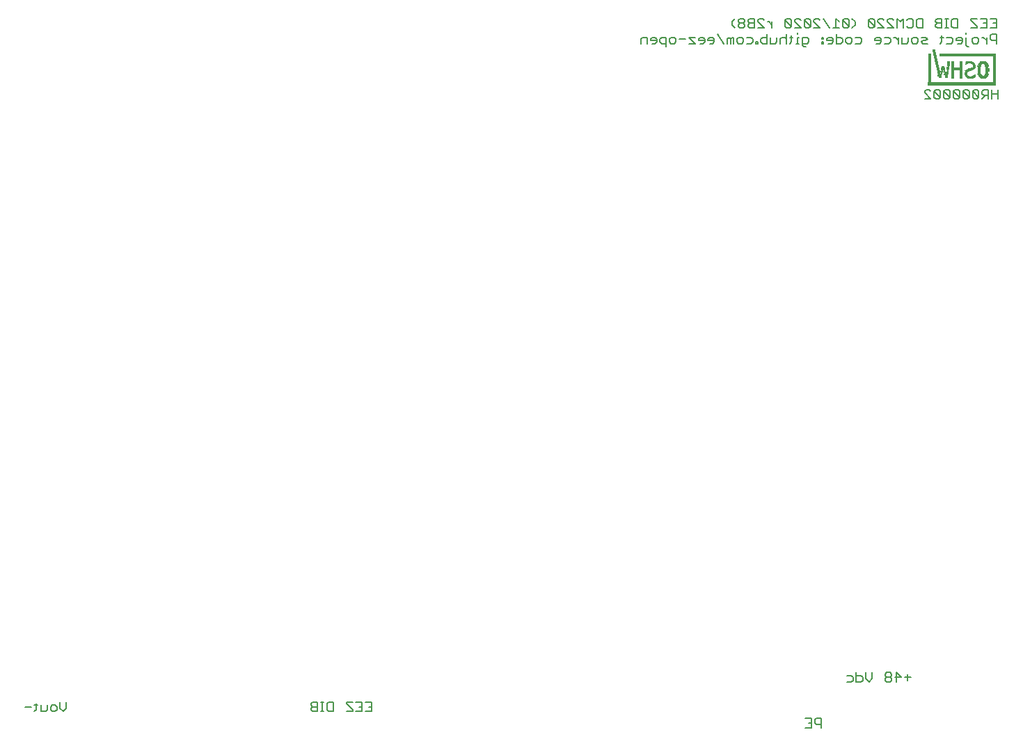
<source format=gbo>
G75*
%MOIN*%
%OFA0B0*%
%FSLAX25Y25*%
%IPPOS*%
%LPD*%
%AMOC8*
5,1,8,0,0,1.08239X$1,22.5*
%
%ADD10C,0.00500*%
%ADD11R,0.32700X0.00300*%
%ADD12R,0.01500X0.00300*%
%ADD13R,0.02700X0.00300*%
%ADD14R,0.03000X0.00300*%
%ADD15R,0.03600X0.00300*%
%ADD16R,0.04200X0.00300*%
%ADD17R,0.04800X0.00300*%
%ADD18R,0.04500X0.00300*%
%ADD19R,0.02100X0.00300*%
%ADD20R,0.01800X0.00300*%
%ADD21R,0.01200X0.00300*%
%ADD22R,0.00600X0.00300*%
%ADD23R,0.00900X0.00300*%
%ADD24R,0.02400X0.00300*%
%ADD25R,0.03300X0.00300*%
%ADD26R,0.05400X0.00300*%
%ADD27R,0.03900X0.00300*%
%ADD28R,0.27000X0.00300*%
%ADD29C,0.00600*%
D10*
X0316824Y0060285D02*
X0319826Y0060285D01*
X0321394Y0061036D02*
X0322896Y0061036D01*
X0322145Y0061787D02*
X0322145Y0058784D01*
X0321394Y0058033D01*
X0324497Y0058033D02*
X0324497Y0061036D01*
X0327499Y0061036D02*
X0327499Y0058784D01*
X0326749Y0058033D01*
X0324497Y0058033D01*
X0329101Y0058784D02*
X0329101Y0060285D01*
X0329852Y0061036D01*
X0331353Y0061036D01*
X0332103Y0060285D01*
X0332103Y0058784D01*
X0331353Y0058033D01*
X0329852Y0058033D01*
X0329101Y0058784D01*
X0333705Y0059535D02*
X0333705Y0062537D01*
X0333705Y0059535D02*
X0335206Y0058033D01*
X0336707Y0059535D01*
X0336707Y0062537D01*
X0453866Y0061787D02*
X0453866Y0061036D01*
X0454617Y0060285D01*
X0456868Y0060285D01*
X0454617Y0060285D02*
X0453866Y0059535D01*
X0453866Y0058784D01*
X0454617Y0058033D01*
X0456868Y0058033D01*
X0456868Y0062537D01*
X0454617Y0062537D01*
X0453866Y0061787D01*
X0458436Y0062537D02*
X0459938Y0062537D01*
X0459187Y0062537D02*
X0459187Y0058033D01*
X0459938Y0058033D02*
X0458436Y0058033D01*
X0461539Y0058784D02*
X0461539Y0061787D01*
X0462290Y0062537D01*
X0464542Y0062537D01*
X0464542Y0058033D01*
X0462290Y0058033D01*
X0461539Y0058784D01*
X0470747Y0058033D02*
X0473749Y0058033D01*
X0473749Y0058784D01*
X0470747Y0061787D01*
X0470747Y0062537D01*
X0473749Y0062537D01*
X0475351Y0062537D02*
X0478353Y0062537D01*
X0478353Y0058033D01*
X0475351Y0058033D01*
X0476852Y0060285D02*
X0478353Y0060285D01*
X0479955Y0058033D02*
X0482957Y0058033D01*
X0482957Y0062537D01*
X0479955Y0062537D01*
X0481456Y0060285D02*
X0482957Y0060285D01*
X0690601Y0054787D02*
X0693603Y0054787D01*
X0693603Y0050283D01*
X0690601Y0050283D01*
X0692102Y0052535D02*
X0693603Y0052535D01*
X0695205Y0052535D02*
X0695955Y0051785D01*
X0698207Y0051785D01*
X0698207Y0050283D02*
X0698207Y0054787D01*
X0695955Y0054787D01*
X0695205Y0054037D01*
X0695205Y0052535D01*
X0710465Y0072268D02*
X0712717Y0072268D01*
X0713468Y0073018D01*
X0713468Y0074520D01*
X0712717Y0075270D01*
X0710465Y0075270D01*
X0715069Y0075270D02*
X0717321Y0075270D01*
X0718072Y0074520D01*
X0718072Y0073018D01*
X0717321Y0072268D01*
X0715069Y0072268D01*
X0715069Y0076772D01*
X0719673Y0076772D02*
X0719673Y0073769D01*
X0721174Y0072268D01*
X0722676Y0073769D01*
X0722676Y0076772D01*
X0728881Y0076021D02*
X0728881Y0075270D01*
X0729631Y0074520D01*
X0731133Y0074520D01*
X0731883Y0075270D01*
X0731883Y0076021D01*
X0731133Y0076772D01*
X0729631Y0076772D01*
X0728881Y0076021D01*
X0729631Y0074520D02*
X0728881Y0073769D01*
X0728881Y0073018D01*
X0729631Y0072268D01*
X0731133Y0072268D01*
X0731883Y0073018D01*
X0731883Y0073769D01*
X0731133Y0074520D01*
X0733485Y0074520D02*
X0736487Y0074520D01*
X0734235Y0076772D01*
X0734235Y0072268D01*
X0738089Y0074520D02*
X0741091Y0074520D01*
X0739590Y0076021D02*
X0739590Y0073018D01*
X0768296Y0376516D02*
X0767545Y0377267D01*
X0767545Y0381020D01*
X0767545Y0382522D02*
X0767545Y0383272D01*
X0765227Y0381020D02*
X0763726Y0381020D01*
X0762975Y0380270D01*
X0762975Y0379519D01*
X0765977Y0379519D01*
X0765977Y0378768D02*
X0765977Y0380270D01*
X0765227Y0381020D01*
X0765977Y0378768D02*
X0765227Y0378018D01*
X0763726Y0378018D01*
X0761374Y0378768D02*
X0761374Y0380270D01*
X0760623Y0381020D01*
X0758371Y0381020D01*
X0756770Y0381020D02*
X0755268Y0381020D01*
X0756019Y0381771D02*
X0756019Y0378768D01*
X0755268Y0378018D01*
X0758371Y0378018D02*
X0760623Y0378018D01*
X0761374Y0378768D01*
X0768296Y0376516D02*
X0769047Y0376516D01*
X0770648Y0378768D02*
X0770648Y0380270D01*
X0771399Y0381020D01*
X0772900Y0381020D01*
X0773651Y0380270D01*
X0773651Y0378768D01*
X0772900Y0378018D01*
X0771399Y0378018D01*
X0770648Y0378768D01*
X0775235Y0381020D02*
X0775986Y0381020D01*
X0777487Y0379519D01*
X0777487Y0378018D02*
X0777487Y0381020D01*
X0779089Y0380270D02*
X0779839Y0379519D01*
X0782091Y0379519D01*
X0782091Y0378018D02*
X0782091Y0382522D01*
X0779839Y0382522D01*
X0779089Y0381771D01*
X0779089Y0380270D01*
X0779089Y0385518D02*
X0782091Y0385518D01*
X0782091Y0390022D01*
X0779089Y0390022D01*
X0777487Y0390022D02*
X0777487Y0385518D01*
X0774485Y0385518D01*
X0772883Y0385518D02*
X0769881Y0385518D01*
X0772883Y0385518D02*
X0772883Y0386268D01*
X0769881Y0389271D01*
X0769881Y0390022D01*
X0772883Y0390022D01*
X0774485Y0390022D02*
X0777487Y0390022D01*
X0777487Y0387770D02*
X0775986Y0387770D01*
X0780590Y0387770D02*
X0782091Y0387770D01*
X0763676Y0390022D02*
X0763676Y0385518D01*
X0761424Y0385518D01*
X0760673Y0386268D01*
X0760673Y0389271D01*
X0761424Y0390022D01*
X0763676Y0390022D01*
X0759072Y0390022D02*
X0757570Y0390022D01*
X0758321Y0390022D02*
X0758321Y0385518D01*
X0759072Y0385518D02*
X0757570Y0385518D01*
X0756002Y0385518D02*
X0753750Y0385518D01*
X0753000Y0386268D01*
X0753000Y0387019D01*
X0753750Y0387770D01*
X0756002Y0387770D01*
X0756002Y0385518D02*
X0756002Y0390022D01*
X0753750Y0390022D01*
X0753000Y0389271D01*
X0753000Y0388520D01*
X0753750Y0387770D01*
X0746794Y0390022D02*
X0746794Y0385518D01*
X0744543Y0385518D01*
X0743792Y0386268D01*
X0743792Y0389271D01*
X0744543Y0390022D01*
X0746794Y0390022D01*
X0742191Y0389271D02*
X0742191Y0386268D01*
X0741440Y0385518D01*
X0739939Y0385518D01*
X0739188Y0386268D01*
X0737587Y0385518D02*
X0737587Y0390022D01*
X0736085Y0388520D01*
X0734584Y0390022D01*
X0734584Y0385518D01*
X0732983Y0385518D02*
X0729980Y0388520D01*
X0729980Y0389271D01*
X0730731Y0390022D01*
X0732232Y0390022D01*
X0732983Y0389271D01*
X0732983Y0385518D02*
X0729980Y0385518D01*
X0728379Y0385518D02*
X0725376Y0388520D01*
X0725376Y0389271D01*
X0726127Y0390022D01*
X0727628Y0390022D01*
X0728379Y0389271D01*
X0728379Y0385518D02*
X0725376Y0385518D01*
X0723775Y0386268D02*
X0720772Y0389271D01*
X0720772Y0386268D01*
X0721523Y0385518D01*
X0723024Y0385518D01*
X0723775Y0386268D01*
X0723775Y0389271D01*
X0723024Y0390022D01*
X0721523Y0390022D01*
X0720772Y0389271D01*
X0714567Y0388520D02*
X0713066Y0390022D01*
X0711498Y0389271D02*
X0710747Y0390022D01*
X0709246Y0390022D01*
X0708495Y0389271D01*
X0711498Y0386268D01*
X0710747Y0385518D01*
X0709246Y0385518D01*
X0708495Y0386268D01*
X0708495Y0389271D01*
X0706894Y0388520D02*
X0705392Y0390022D01*
X0705392Y0385518D01*
X0703891Y0385518D02*
X0706894Y0385518D01*
X0705426Y0382522D02*
X0705426Y0378018D01*
X0707678Y0378018D01*
X0708428Y0378768D01*
X0708428Y0380270D01*
X0707678Y0381020D01*
X0705426Y0381020D01*
X0703824Y0380270D02*
X0703824Y0378768D01*
X0703074Y0378018D01*
X0701573Y0378018D01*
X0700822Y0379519D02*
X0703824Y0379519D01*
X0703824Y0380270D02*
X0703074Y0381020D01*
X0701573Y0381020D01*
X0700822Y0380270D01*
X0700822Y0379519D01*
X0699221Y0378768D02*
X0699221Y0378018D01*
X0698470Y0378018D01*
X0698470Y0378768D01*
X0699221Y0378768D01*
X0699221Y0380270D02*
X0699221Y0381020D01*
X0698470Y0381020D01*
X0698470Y0380270D01*
X0699221Y0380270D01*
X0697686Y0385518D02*
X0694683Y0385518D01*
X0693082Y0386268D02*
X0690079Y0389271D01*
X0690079Y0386268D01*
X0690830Y0385518D01*
X0692331Y0385518D01*
X0693082Y0386268D01*
X0693082Y0389271D01*
X0692331Y0390022D01*
X0690830Y0390022D01*
X0690079Y0389271D01*
X0688478Y0389271D02*
X0687727Y0390022D01*
X0686226Y0390022D01*
X0685476Y0389271D01*
X0685476Y0388520D01*
X0688478Y0385518D01*
X0685476Y0385518D01*
X0683874Y0386268D02*
X0680872Y0389271D01*
X0680872Y0386268D01*
X0681622Y0385518D01*
X0683124Y0385518D01*
X0683874Y0386268D01*
X0683874Y0389271D01*
X0683124Y0390022D01*
X0681622Y0390022D01*
X0680872Y0389271D01*
X0674666Y0388520D02*
X0674666Y0385518D01*
X0674666Y0387019D02*
X0673165Y0388520D01*
X0672414Y0388520D01*
X0670830Y0389271D02*
X0670079Y0390022D01*
X0668578Y0390022D01*
X0667827Y0389271D01*
X0667827Y0388520D01*
X0670830Y0385518D01*
X0667827Y0385518D01*
X0666226Y0385518D02*
X0663974Y0385518D01*
X0663223Y0386268D01*
X0663223Y0387019D01*
X0663974Y0387770D01*
X0666226Y0387770D01*
X0666226Y0385518D02*
X0666226Y0390022D01*
X0663974Y0390022D01*
X0663223Y0389271D01*
X0663223Y0388520D01*
X0663974Y0387770D01*
X0661622Y0388520D02*
X0660871Y0387770D01*
X0659370Y0387770D01*
X0658619Y0387019D01*
X0658619Y0386268D01*
X0659370Y0385518D01*
X0660871Y0385518D01*
X0661622Y0386268D01*
X0661622Y0387019D01*
X0660871Y0387770D01*
X0661622Y0388520D02*
X0661622Y0389271D01*
X0660871Y0390022D01*
X0659370Y0390022D01*
X0658619Y0389271D01*
X0658619Y0388520D01*
X0659370Y0387770D01*
X0657018Y0390022D02*
X0655517Y0388520D01*
X0655517Y0387019D01*
X0657018Y0385518D01*
X0656251Y0381020D02*
X0655500Y0381020D01*
X0654749Y0380270D01*
X0653999Y0381020D01*
X0653248Y0380270D01*
X0653248Y0378018D01*
X0654749Y0378018D02*
X0654749Y0380270D01*
X0656251Y0381020D02*
X0656251Y0378018D01*
X0657852Y0378768D02*
X0657852Y0380270D01*
X0658603Y0381020D01*
X0660104Y0381020D01*
X0660855Y0380270D01*
X0660855Y0378768D01*
X0660104Y0378018D01*
X0658603Y0378018D01*
X0657852Y0378768D01*
X0662456Y0378018D02*
X0664708Y0378018D01*
X0665458Y0378768D01*
X0665458Y0380270D01*
X0664708Y0381020D01*
X0662456Y0381020D01*
X0667010Y0378768D02*
X0667010Y0378018D01*
X0667760Y0378018D01*
X0667760Y0378768D01*
X0667010Y0378768D01*
X0669362Y0378768D02*
X0669362Y0380270D01*
X0670112Y0381020D01*
X0672364Y0381020D01*
X0672364Y0382522D02*
X0672364Y0378018D01*
X0670112Y0378018D01*
X0669362Y0378768D01*
X0673966Y0378018D02*
X0673966Y0381020D01*
X0676968Y0381020D02*
X0676968Y0378768D01*
X0676218Y0378018D01*
X0673966Y0378018D01*
X0678570Y0378018D02*
X0678570Y0380270D01*
X0679320Y0381020D01*
X0680822Y0381020D01*
X0681572Y0380270D01*
X0683140Y0381020D02*
X0684641Y0381020D01*
X0683891Y0381771D02*
X0683891Y0378768D01*
X0683140Y0378018D01*
X0681572Y0378018D02*
X0681572Y0382522D01*
X0686960Y0382522D02*
X0686960Y0383272D01*
X0686960Y0381020D02*
X0686960Y0378018D01*
X0687711Y0378018D02*
X0686209Y0378018D01*
X0686960Y0381020D02*
X0687711Y0381020D01*
X0689312Y0381020D02*
X0689312Y0377267D01*
X0690063Y0376516D01*
X0690813Y0376516D01*
X0691564Y0378018D02*
X0689312Y0378018D01*
X0691564Y0378018D02*
X0692315Y0378768D01*
X0692315Y0380270D01*
X0691564Y0381020D01*
X0689312Y0381020D01*
X0694683Y0388520D02*
X0697686Y0385518D01*
X0697686Y0389271D02*
X0696935Y0390022D01*
X0695434Y0390022D01*
X0694683Y0389271D01*
X0694683Y0388520D01*
X0699287Y0390022D02*
X0702290Y0385518D01*
X0711498Y0386268D02*
X0711498Y0389271D01*
X0714567Y0388520D02*
X0714567Y0387019D01*
X0713066Y0385518D01*
X0712282Y0381020D02*
X0713032Y0380270D01*
X0713032Y0378768D01*
X0712282Y0378018D01*
X0710780Y0378018D01*
X0710030Y0378768D01*
X0710030Y0380270D01*
X0710780Y0381020D01*
X0712282Y0381020D01*
X0714634Y0381020D02*
X0716886Y0381020D01*
X0717636Y0380270D01*
X0717636Y0378768D01*
X0716886Y0378018D01*
X0714634Y0378018D01*
X0723842Y0379519D02*
X0723842Y0380270D01*
X0724592Y0381020D01*
X0726093Y0381020D01*
X0726844Y0380270D01*
X0726844Y0378768D01*
X0726093Y0378018D01*
X0724592Y0378018D01*
X0723842Y0379519D02*
X0726844Y0379519D01*
X0728445Y0378018D02*
X0730697Y0378018D01*
X0731448Y0378768D01*
X0731448Y0380270D01*
X0730697Y0381020D01*
X0728445Y0381020D01*
X0733033Y0381020D02*
X0733783Y0381020D01*
X0735285Y0379519D01*
X0735285Y0378018D02*
X0735285Y0381020D01*
X0736886Y0381020D02*
X0736886Y0378018D01*
X0739138Y0378018D01*
X0739889Y0378768D01*
X0739889Y0381020D01*
X0741490Y0380270D02*
X0742241Y0381020D01*
X0743742Y0381020D01*
X0744492Y0380270D01*
X0744492Y0378768D01*
X0743742Y0378018D01*
X0742241Y0378018D01*
X0741490Y0378768D01*
X0741490Y0380270D01*
X0746094Y0381020D02*
X0748346Y0381020D01*
X0749096Y0380270D01*
X0748346Y0379519D01*
X0746845Y0379519D01*
X0746094Y0378768D01*
X0746845Y0378018D01*
X0749096Y0378018D01*
X0742191Y0389271D02*
X0741440Y0390022D01*
X0739939Y0390022D01*
X0739188Y0389271D01*
X0651647Y0378018D02*
X0648644Y0382522D01*
X0647043Y0380270D02*
X0647043Y0378768D01*
X0646292Y0378018D01*
X0644791Y0378018D01*
X0644040Y0379519D02*
X0647043Y0379519D01*
X0647043Y0380270D02*
X0646292Y0381020D01*
X0644791Y0381020D01*
X0644040Y0380270D01*
X0644040Y0379519D01*
X0642439Y0379519D02*
X0639436Y0379519D01*
X0639436Y0380270D01*
X0640187Y0381020D01*
X0641688Y0381020D01*
X0642439Y0380270D01*
X0642439Y0378768D01*
X0641688Y0378018D01*
X0640187Y0378018D01*
X0637835Y0378018D02*
X0634832Y0381020D01*
X0637835Y0381020D01*
X0637835Y0378018D02*
X0634832Y0378018D01*
X0633231Y0380270D02*
X0630228Y0380270D01*
X0628627Y0380270D02*
X0628627Y0378768D01*
X0627876Y0378018D01*
X0626375Y0378018D01*
X0625625Y0378768D01*
X0625625Y0380270D01*
X0626375Y0381020D01*
X0627876Y0381020D01*
X0628627Y0380270D01*
X0624023Y0381020D02*
X0621771Y0381020D01*
X0621021Y0380270D01*
X0621021Y0378768D01*
X0621771Y0378018D01*
X0624023Y0378018D01*
X0624023Y0376516D02*
X0624023Y0381020D01*
X0619419Y0380270D02*
X0619419Y0378768D01*
X0618669Y0378018D01*
X0617167Y0378018D01*
X0616417Y0379519D02*
X0619419Y0379519D01*
X0619419Y0380270D02*
X0618669Y0381020D01*
X0617167Y0381020D01*
X0616417Y0380270D01*
X0616417Y0379519D01*
X0614815Y0381020D02*
X0612563Y0381020D01*
X0611813Y0380270D01*
X0611813Y0378018D01*
X0614815Y0378018D02*
X0614815Y0381020D01*
D11*
X0765707Y0359133D03*
X0765707Y0358833D03*
X0765707Y0358533D03*
X0765707Y0358233D03*
X0765707Y0357933D03*
D12*
X0765107Y0361233D03*
X0765107Y0361533D03*
X0765107Y0361833D03*
X0765107Y0362133D03*
X0765107Y0362433D03*
X0765107Y0362733D03*
X0765107Y0363033D03*
X0765107Y0363333D03*
X0765107Y0363633D03*
X0765107Y0363933D03*
X0765107Y0364233D03*
X0765107Y0364533D03*
X0765107Y0364833D03*
X0765107Y0366333D03*
X0765107Y0366633D03*
X0765107Y0366933D03*
X0765107Y0367233D03*
X0765107Y0367533D03*
X0765107Y0367833D03*
X0765107Y0368133D03*
X0765107Y0368433D03*
X0765107Y0368733D03*
X0765107Y0369033D03*
X0761207Y0369033D03*
X0761207Y0368733D03*
X0761207Y0368433D03*
X0761207Y0368133D03*
X0761207Y0367833D03*
X0761207Y0367533D03*
X0761207Y0367233D03*
X0761207Y0366933D03*
X0761207Y0366633D03*
X0761207Y0366333D03*
X0761207Y0364833D03*
X0761207Y0364533D03*
X0761207Y0364233D03*
X0761207Y0363933D03*
X0761207Y0363633D03*
X0761207Y0363333D03*
X0761207Y0363033D03*
X0761207Y0362733D03*
X0761207Y0362433D03*
X0761207Y0362133D03*
X0761207Y0361833D03*
X0761207Y0361533D03*
X0761207Y0361233D03*
X0758207Y0361533D03*
X0758207Y0361833D03*
X0758207Y0362133D03*
X0758207Y0362433D03*
X0755207Y0361833D03*
X0755207Y0361533D03*
X0756707Y0366333D03*
X0756707Y0366633D03*
X0756707Y0366933D03*
X0753707Y0367833D03*
X0750107Y0367833D03*
X0750107Y0367533D03*
X0750107Y0367233D03*
X0750107Y0366933D03*
X0750107Y0366633D03*
X0750107Y0366333D03*
X0750107Y0366033D03*
X0750107Y0365733D03*
X0750107Y0365433D03*
X0750107Y0365133D03*
X0750107Y0364833D03*
X0750107Y0364533D03*
X0750107Y0364233D03*
X0750107Y0363933D03*
X0750107Y0363633D03*
X0750107Y0363333D03*
X0750107Y0363033D03*
X0750107Y0362733D03*
X0750107Y0362433D03*
X0750107Y0362133D03*
X0750107Y0361833D03*
X0750107Y0361533D03*
X0750107Y0361233D03*
X0750107Y0360933D03*
X0750107Y0360633D03*
X0750107Y0360333D03*
X0750107Y0360033D03*
X0750107Y0359733D03*
X0750107Y0359433D03*
X0750107Y0368133D03*
X0750107Y0368433D03*
X0750107Y0368733D03*
X0750107Y0369033D03*
X0750107Y0369333D03*
X0750107Y0369633D03*
X0750107Y0369933D03*
X0750107Y0370233D03*
X0750107Y0370533D03*
X0750107Y0370833D03*
X0750107Y0371133D03*
X0750107Y0371433D03*
X0750107Y0371733D03*
X0750107Y0372033D03*
X0750107Y0372333D03*
X0750107Y0372633D03*
X0750107Y0372933D03*
X0752507Y0373533D03*
X0752807Y0372033D03*
X0767507Y0363933D03*
X0767507Y0363633D03*
X0767507Y0363333D03*
X0767507Y0363033D03*
X0767807Y0362433D03*
X0767807Y0364233D03*
X0771407Y0366633D03*
X0771407Y0366933D03*
X0771407Y0367233D03*
X0771407Y0367533D03*
X0773807Y0366633D03*
X0773807Y0366333D03*
X0773807Y0366033D03*
X0773807Y0365733D03*
X0773807Y0365433D03*
X0773807Y0365133D03*
X0773807Y0364833D03*
X0773807Y0364533D03*
X0773807Y0364233D03*
X0773807Y0363933D03*
X0773807Y0363633D03*
X0777707Y0363633D03*
X0777707Y0363933D03*
X0777707Y0364233D03*
X0777707Y0366033D03*
X0777707Y0366333D03*
X0777707Y0366633D03*
X0775907Y0369333D03*
X0774107Y0367533D03*
X0781307Y0367533D03*
X0781307Y0367233D03*
X0781307Y0366933D03*
X0781307Y0366633D03*
X0781307Y0366333D03*
X0781307Y0366033D03*
X0781307Y0365733D03*
X0781307Y0365433D03*
X0781307Y0365133D03*
X0781307Y0364833D03*
X0781307Y0364533D03*
X0781307Y0364233D03*
X0781307Y0363933D03*
X0781307Y0363633D03*
X0781307Y0363333D03*
X0781307Y0363033D03*
X0781307Y0362733D03*
X0781307Y0362433D03*
X0781307Y0362133D03*
X0781307Y0361833D03*
X0781307Y0361533D03*
X0781307Y0361233D03*
X0781307Y0360933D03*
X0781307Y0360633D03*
X0781307Y0360333D03*
X0781307Y0360033D03*
X0781307Y0359733D03*
X0781307Y0359433D03*
X0781307Y0367833D03*
X0781307Y0368133D03*
X0781307Y0368433D03*
X0781307Y0368733D03*
X0781307Y0369033D03*
X0781307Y0369333D03*
X0781307Y0369633D03*
X0781307Y0369933D03*
X0781307Y0370233D03*
X0781307Y0370533D03*
X0781307Y0370833D03*
X0781307Y0371133D03*
X0781307Y0371433D03*
D13*
X0775907Y0361233D03*
D14*
X0769757Y0361233D03*
X0769157Y0369033D03*
X0775757Y0369033D03*
D15*
X0775757Y0368733D03*
X0769757Y0365433D03*
X0769157Y0365133D03*
X0775757Y0361533D03*
D16*
X0775757Y0361833D03*
X0769757Y0361533D03*
X0769457Y0368433D03*
X0775757Y0368433D03*
D17*
X0775757Y0368133D03*
X0769757Y0361833D03*
D18*
X0775907Y0362133D03*
D19*
X0774407Y0362433D03*
X0771107Y0362133D03*
X0768107Y0362133D03*
X0768107Y0364533D03*
X0770807Y0366033D03*
X0758207Y0363933D03*
X0758207Y0363633D03*
X0758207Y0363333D03*
X0756707Y0365133D03*
X0756707Y0365433D03*
X0755207Y0363333D03*
X0755207Y0363033D03*
D20*
X0755057Y0362733D03*
X0755057Y0362433D03*
X0755057Y0362133D03*
X0758057Y0362733D03*
X0758057Y0363033D03*
X0756557Y0365733D03*
X0756557Y0366033D03*
X0770957Y0368133D03*
X0771257Y0366333D03*
X0773957Y0366933D03*
X0773957Y0367233D03*
X0774257Y0367833D03*
X0777257Y0367833D03*
X0777557Y0367533D03*
X0777557Y0367233D03*
X0777557Y0366933D03*
X0777857Y0365733D03*
X0777857Y0365433D03*
X0777857Y0365133D03*
X0777857Y0364833D03*
X0777857Y0364533D03*
X0777557Y0363333D03*
X0777557Y0363033D03*
X0777557Y0362733D03*
X0777257Y0362433D03*
X0774257Y0362733D03*
X0773957Y0363033D03*
X0773957Y0363333D03*
D21*
X0771557Y0362433D03*
X0767657Y0362733D03*
X0767957Y0368133D03*
X0771257Y0367833D03*
X0759257Y0367833D03*
X0759257Y0367533D03*
X0759257Y0367233D03*
X0758957Y0366633D03*
X0758957Y0366333D03*
X0758957Y0366033D03*
X0758957Y0365733D03*
X0758957Y0365433D03*
X0759257Y0368133D03*
X0759257Y0368433D03*
X0759257Y0368733D03*
X0759257Y0369033D03*
X0755957Y0364533D03*
X0755957Y0364233D03*
X0754457Y0364233D03*
X0754457Y0363933D03*
X0754457Y0363633D03*
X0754457Y0364533D03*
X0754457Y0364833D03*
X0754157Y0365133D03*
X0754157Y0365433D03*
X0754157Y0365733D03*
X0754157Y0366033D03*
X0754157Y0366333D03*
X0753857Y0366633D03*
X0753857Y0366933D03*
X0753857Y0367233D03*
X0753857Y0367533D03*
X0753557Y0368133D03*
X0753557Y0368433D03*
X0753557Y0368733D03*
X0753557Y0369033D03*
X0753257Y0369333D03*
X0753257Y0369633D03*
X0753257Y0369933D03*
X0753257Y0370233D03*
X0753257Y0370533D03*
X0752957Y0370833D03*
X0752957Y0371133D03*
X0752957Y0371433D03*
X0752957Y0371733D03*
X0752657Y0372333D03*
X0752657Y0372633D03*
X0752657Y0372933D03*
X0752657Y0373233D03*
X0752357Y0373833D03*
X0752357Y0374133D03*
X0752357Y0374433D03*
X0752357Y0374733D03*
D22*
X0767657Y0367833D03*
X0771857Y0362733D03*
D23*
X0769307Y0369333D03*
X0759107Y0366933D03*
X0758807Y0365133D03*
X0758807Y0364833D03*
X0758807Y0364533D03*
X0757307Y0364533D03*
X0757307Y0364833D03*
X0756107Y0364833D03*
X0755807Y0363933D03*
X0755807Y0363633D03*
D24*
X0758057Y0364233D03*
D25*
X0768707Y0364833D03*
X0770207Y0365733D03*
D26*
X0763157Y0365733D03*
X0763157Y0365433D03*
X0763157Y0365133D03*
X0763157Y0366033D03*
D27*
X0769307Y0368733D03*
D28*
X0768557Y0371733D03*
X0768557Y0372033D03*
X0768557Y0372333D03*
X0768557Y0372633D03*
X0768557Y0372933D03*
D29*
X0768379Y0355987D02*
X0766911Y0355987D01*
X0766177Y0355253D01*
X0769113Y0352317D01*
X0768379Y0351583D01*
X0766911Y0351583D01*
X0766177Y0352317D01*
X0766177Y0355253D01*
X0764509Y0355253D02*
X0763775Y0355987D01*
X0762307Y0355987D01*
X0761573Y0355253D01*
X0764509Y0352317D01*
X0763775Y0351583D01*
X0762307Y0351583D01*
X0761573Y0352317D01*
X0761573Y0355253D01*
X0759905Y0355253D02*
X0759171Y0355987D01*
X0757703Y0355987D01*
X0756969Y0355253D01*
X0759905Y0352317D01*
X0759171Y0351583D01*
X0757703Y0351583D01*
X0756969Y0352317D01*
X0756969Y0355253D01*
X0755301Y0355253D02*
X0754567Y0355987D01*
X0753099Y0355987D01*
X0752365Y0355253D01*
X0755301Y0352317D01*
X0754567Y0351583D01*
X0753099Y0351583D01*
X0752365Y0352317D01*
X0752365Y0355253D01*
X0750697Y0355253D02*
X0749963Y0355987D01*
X0748495Y0355987D01*
X0747762Y0355253D01*
X0747762Y0354519D01*
X0750697Y0351583D01*
X0747762Y0351583D01*
X0755301Y0352317D02*
X0755301Y0355253D01*
X0759905Y0355253D02*
X0759905Y0352317D01*
X0764509Y0352317D02*
X0764509Y0355253D01*
X0768379Y0355987D02*
X0769113Y0355253D01*
X0769113Y0352317D01*
X0770781Y0352317D02*
X0771515Y0351583D01*
X0772983Y0351583D01*
X0773717Y0352317D01*
X0770781Y0355253D01*
X0770781Y0352317D01*
X0773717Y0352317D02*
X0773717Y0355253D01*
X0772983Y0355987D01*
X0771515Y0355987D01*
X0770781Y0355253D01*
X0775385Y0355253D02*
X0775385Y0353785D01*
X0776119Y0353051D01*
X0778321Y0353051D01*
X0778321Y0351583D02*
X0778321Y0355987D01*
X0776119Y0355987D01*
X0775385Y0355253D01*
X0776853Y0353051D02*
X0775385Y0351583D01*
X0779989Y0351583D02*
X0779989Y0355987D01*
X0779989Y0353785D02*
X0782925Y0353785D01*
X0782925Y0351583D02*
X0782925Y0355987D01*
M02*

</source>
